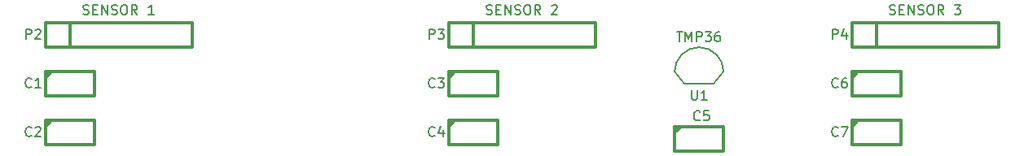
<source format=gto>
G04 (created by PCBNEW (2013-jul-07)-stable) date Thu 18 Jun 2015 05:15:43 PM PDT*
%MOIN*%
G04 Gerber Fmt 3.4, Leading zero omitted, Abs format*
%FSLAX34Y34*%
G01*
G70*
G90*
G04 APERTURE LIST*
%ADD10C,0.00590551*%
%ADD11C,0.008*%
%ADD12C,0.012*%
G04 APERTURE END LIST*
G54D10*
G54D11*
X61552Y-29142D02*
X61609Y-29161D01*
X61704Y-29161D01*
X61742Y-29142D01*
X61761Y-29123D01*
X61780Y-29085D01*
X61780Y-29047D01*
X61761Y-29009D01*
X61742Y-28990D01*
X61704Y-28971D01*
X61628Y-28952D01*
X61590Y-28933D01*
X61571Y-28914D01*
X61552Y-28876D01*
X61552Y-28838D01*
X61571Y-28800D01*
X61590Y-28780D01*
X61628Y-28761D01*
X61723Y-28761D01*
X61780Y-28780D01*
X61952Y-28952D02*
X62085Y-28952D01*
X62142Y-29161D02*
X61952Y-29161D01*
X61952Y-28761D01*
X62142Y-28761D01*
X62314Y-29161D02*
X62314Y-28761D01*
X62542Y-29161D01*
X62542Y-28761D01*
X62714Y-29142D02*
X62771Y-29161D01*
X62866Y-29161D01*
X62904Y-29142D01*
X62923Y-29123D01*
X62942Y-29085D01*
X62942Y-29047D01*
X62923Y-29009D01*
X62904Y-28990D01*
X62866Y-28971D01*
X62790Y-28952D01*
X62752Y-28933D01*
X62733Y-28914D01*
X62714Y-28876D01*
X62714Y-28838D01*
X62733Y-28800D01*
X62752Y-28780D01*
X62790Y-28761D01*
X62885Y-28761D01*
X62942Y-28780D01*
X63190Y-28761D02*
X63266Y-28761D01*
X63304Y-28780D01*
X63342Y-28819D01*
X63361Y-28895D01*
X63361Y-29028D01*
X63342Y-29104D01*
X63304Y-29142D01*
X63266Y-29161D01*
X63190Y-29161D01*
X63152Y-29142D01*
X63114Y-29104D01*
X63095Y-29028D01*
X63095Y-28895D01*
X63114Y-28819D01*
X63152Y-28780D01*
X63190Y-28761D01*
X63761Y-29161D02*
X63628Y-28971D01*
X63533Y-29161D02*
X63533Y-28761D01*
X63685Y-28761D01*
X63723Y-28780D01*
X63742Y-28800D01*
X63761Y-28838D01*
X63761Y-28895D01*
X63742Y-28933D01*
X63723Y-28952D01*
X63685Y-28971D01*
X63533Y-28971D01*
X64200Y-28761D02*
X64447Y-28761D01*
X64314Y-28914D01*
X64371Y-28914D01*
X64409Y-28933D01*
X64428Y-28952D01*
X64447Y-28990D01*
X64447Y-29085D01*
X64428Y-29123D01*
X64409Y-29142D01*
X64371Y-29161D01*
X64257Y-29161D01*
X64219Y-29142D01*
X64200Y-29123D01*
X45052Y-29142D02*
X45109Y-29161D01*
X45204Y-29161D01*
X45242Y-29142D01*
X45261Y-29123D01*
X45280Y-29085D01*
X45280Y-29047D01*
X45261Y-29009D01*
X45242Y-28990D01*
X45204Y-28971D01*
X45128Y-28952D01*
X45090Y-28933D01*
X45071Y-28914D01*
X45052Y-28876D01*
X45052Y-28838D01*
X45071Y-28800D01*
X45090Y-28780D01*
X45128Y-28761D01*
X45223Y-28761D01*
X45280Y-28780D01*
X45452Y-28952D02*
X45585Y-28952D01*
X45642Y-29161D02*
X45452Y-29161D01*
X45452Y-28761D01*
X45642Y-28761D01*
X45814Y-29161D02*
X45814Y-28761D01*
X46042Y-29161D01*
X46042Y-28761D01*
X46214Y-29142D02*
X46271Y-29161D01*
X46366Y-29161D01*
X46404Y-29142D01*
X46423Y-29123D01*
X46442Y-29085D01*
X46442Y-29047D01*
X46423Y-29009D01*
X46404Y-28990D01*
X46366Y-28971D01*
X46290Y-28952D01*
X46252Y-28933D01*
X46233Y-28914D01*
X46214Y-28876D01*
X46214Y-28838D01*
X46233Y-28800D01*
X46252Y-28780D01*
X46290Y-28761D01*
X46385Y-28761D01*
X46442Y-28780D01*
X46690Y-28761D02*
X46766Y-28761D01*
X46804Y-28780D01*
X46842Y-28819D01*
X46861Y-28895D01*
X46861Y-29028D01*
X46842Y-29104D01*
X46804Y-29142D01*
X46766Y-29161D01*
X46690Y-29161D01*
X46652Y-29142D01*
X46614Y-29104D01*
X46595Y-29028D01*
X46595Y-28895D01*
X46614Y-28819D01*
X46652Y-28780D01*
X46690Y-28761D01*
X47261Y-29161D02*
X47128Y-28971D01*
X47033Y-29161D02*
X47033Y-28761D01*
X47185Y-28761D01*
X47223Y-28780D01*
X47242Y-28800D01*
X47261Y-28838D01*
X47261Y-28895D01*
X47242Y-28933D01*
X47223Y-28952D01*
X47185Y-28971D01*
X47033Y-28971D01*
X47719Y-28800D02*
X47738Y-28780D01*
X47776Y-28761D01*
X47871Y-28761D01*
X47909Y-28780D01*
X47928Y-28800D01*
X47947Y-28838D01*
X47947Y-28876D01*
X47928Y-28933D01*
X47700Y-29161D01*
X47947Y-29161D01*
X28552Y-29142D02*
X28609Y-29161D01*
X28704Y-29161D01*
X28742Y-29142D01*
X28761Y-29123D01*
X28780Y-29085D01*
X28780Y-29047D01*
X28761Y-29009D01*
X28742Y-28990D01*
X28704Y-28971D01*
X28628Y-28952D01*
X28590Y-28933D01*
X28571Y-28914D01*
X28552Y-28876D01*
X28552Y-28838D01*
X28571Y-28800D01*
X28590Y-28780D01*
X28628Y-28761D01*
X28723Y-28761D01*
X28780Y-28780D01*
X28952Y-28952D02*
X29085Y-28952D01*
X29142Y-29161D02*
X28952Y-29161D01*
X28952Y-28761D01*
X29142Y-28761D01*
X29314Y-29161D02*
X29314Y-28761D01*
X29542Y-29161D01*
X29542Y-28761D01*
X29714Y-29142D02*
X29771Y-29161D01*
X29866Y-29161D01*
X29904Y-29142D01*
X29923Y-29123D01*
X29942Y-29085D01*
X29942Y-29047D01*
X29923Y-29009D01*
X29904Y-28990D01*
X29866Y-28971D01*
X29790Y-28952D01*
X29752Y-28933D01*
X29733Y-28914D01*
X29714Y-28876D01*
X29714Y-28838D01*
X29733Y-28800D01*
X29752Y-28780D01*
X29790Y-28761D01*
X29885Y-28761D01*
X29942Y-28780D01*
X30190Y-28761D02*
X30266Y-28761D01*
X30304Y-28780D01*
X30342Y-28819D01*
X30361Y-28895D01*
X30361Y-29028D01*
X30342Y-29104D01*
X30304Y-29142D01*
X30266Y-29161D01*
X30190Y-29161D01*
X30152Y-29142D01*
X30114Y-29104D01*
X30095Y-29028D01*
X30095Y-28895D01*
X30114Y-28819D01*
X30152Y-28780D01*
X30190Y-28761D01*
X30761Y-29161D02*
X30628Y-28971D01*
X30533Y-29161D02*
X30533Y-28761D01*
X30685Y-28761D01*
X30723Y-28780D01*
X30742Y-28800D01*
X30761Y-28838D01*
X30761Y-28895D01*
X30742Y-28933D01*
X30723Y-28952D01*
X30685Y-28971D01*
X30533Y-28971D01*
X31447Y-29161D02*
X31219Y-29161D01*
X31333Y-29161D02*
X31333Y-28761D01*
X31295Y-28819D01*
X31257Y-28857D01*
X31219Y-28876D01*
G54D10*
X54750Y-31500D02*
G75*
G03X53750Y-30500I-1000J0D01*
G74*
G01*
X53750Y-30500D02*
G75*
G03X52750Y-31500I0J-1000D01*
G74*
G01*
X53150Y-32000D02*
X52750Y-31500D01*
X54350Y-32000D02*
X54750Y-31500D01*
X53150Y-32000D02*
X54350Y-32000D01*
G54D12*
X27000Y-30500D02*
X27000Y-29500D01*
X27000Y-29500D02*
X33000Y-29500D01*
X33000Y-29500D02*
X33000Y-30500D01*
X33000Y-30500D02*
X27000Y-30500D01*
X28000Y-30500D02*
X28000Y-29500D01*
X43500Y-30500D02*
X43500Y-29500D01*
X43500Y-29500D02*
X49500Y-29500D01*
X49500Y-29500D02*
X49500Y-30500D01*
X49500Y-30500D02*
X43500Y-30500D01*
X44500Y-30500D02*
X44500Y-29500D01*
X60000Y-30500D02*
X60000Y-29500D01*
X60000Y-29500D02*
X66000Y-29500D01*
X66000Y-29500D02*
X66000Y-30500D01*
X66000Y-30500D02*
X60000Y-30500D01*
X61000Y-30500D02*
X61000Y-29500D01*
X27020Y-31500D02*
X29000Y-31500D01*
X29000Y-31500D02*
X29000Y-32500D01*
X29000Y-32500D02*
X27000Y-32500D01*
X27000Y-32500D02*
X27000Y-31500D01*
X27000Y-31750D02*
X27250Y-31500D01*
X27020Y-33500D02*
X29000Y-33500D01*
X29000Y-33500D02*
X29000Y-34500D01*
X29000Y-34500D02*
X27000Y-34500D01*
X27000Y-34500D02*
X27000Y-33500D01*
X27000Y-33750D02*
X27250Y-33500D01*
X43520Y-31500D02*
X45500Y-31500D01*
X45500Y-31500D02*
X45500Y-32500D01*
X45500Y-32500D02*
X43500Y-32500D01*
X43500Y-32500D02*
X43500Y-31500D01*
X43500Y-31750D02*
X43750Y-31500D01*
X43520Y-33500D02*
X45500Y-33500D01*
X45500Y-33500D02*
X45500Y-34500D01*
X45500Y-34500D02*
X43500Y-34500D01*
X43500Y-34500D02*
X43500Y-33500D01*
X43500Y-33750D02*
X43750Y-33500D01*
X52770Y-33750D02*
X54750Y-33750D01*
X54750Y-33750D02*
X54750Y-34750D01*
X54750Y-34750D02*
X52750Y-34750D01*
X52750Y-34750D02*
X52750Y-33750D01*
X52750Y-34000D02*
X53000Y-33750D01*
X60020Y-31500D02*
X62000Y-31500D01*
X62000Y-31500D02*
X62000Y-32500D01*
X62000Y-32500D02*
X60000Y-32500D01*
X60000Y-32500D02*
X60000Y-31500D01*
X60000Y-31750D02*
X60250Y-31500D01*
X60020Y-33500D02*
X62000Y-33500D01*
X62000Y-33500D02*
X62000Y-34500D01*
X62000Y-34500D02*
X60000Y-34500D01*
X60000Y-34500D02*
X60000Y-33500D01*
X60000Y-33750D02*
X60250Y-33500D01*
G54D10*
X53450Y-32265D02*
X53450Y-32584D01*
X53468Y-32621D01*
X53487Y-32640D01*
X53525Y-32659D01*
X53600Y-32659D01*
X53637Y-32640D01*
X53656Y-32621D01*
X53675Y-32584D01*
X53675Y-32265D01*
X54068Y-32659D02*
X53843Y-32659D01*
X53956Y-32659D02*
X53956Y-32265D01*
X53918Y-32321D01*
X53881Y-32359D01*
X53843Y-32378D01*
X52840Y-29865D02*
X53065Y-29865D01*
X52953Y-30259D02*
X52953Y-29865D01*
X53196Y-30259D02*
X53196Y-29865D01*
X53328Y-30146D01*
X53459Y-29865D01*
X53459Y-30259D01*
X53646Y-30259D02*
X53646Y-29865D01*
X53796Y-29865D01*
X53834Y-29884D01*
X53853Y-29903D01*
X53871Y-29940D01*
X53871Y-29996D01*
X53853Y-30034D01*
X53834Y-30053D01*
X53796Y-30071D01*
X53646Y-30071D01*
X54003Y-29865D02*
X54246Y-29865D01*
X54115Y-30015D01*
X54171Y-30015D01*
X54209Y-30034D01*
X54228Y-30053D01*
X54246Y-30090D01*
X54246Y-30184D01*
X54228Y-30221D01*
X54209Y-30240D01*
X54171Y-30259D01*
X54059Y-30259D01*
X54021Y-30240D01*
X54003Y-30221D01*
X54584Y-29865D02*
X54509Y-29865D01*
X54471Y-29884D01*
X54453Y-29903D01*
X54415Y-29959D01*
X54396Y-30034D01*
X54396Y-30184D01*
X54415Y-30221D01*
X54434Y-30240D01*
X54471Y-30259D01*
X54546Y-30259D01*
X54584Y-30240D01*
X54603Y-30221D01*
X54621Y-30184D01*
X54621Y-30090D01*
X54603Y-30053D01*
X54584Y-30034D01*
X54546Y-30015D01*
X54471Y-30015D01*
X54434Y-30034D01*
X54415Y-30053D01*
X54396Y-30090D01*
G54D11*
X26204Y-30161D02*
X26204Y-29761D01*
X26357Y-29761D01*
X26395Y-29780D01*
X26414Y-29800D01*
X26433Y-29838D01*
X26433Y-29895D01*
X26414Y-29933D01*
X26395Y-29952D01*
X26357Y-29971D01*
X26204Y-29971D01*
X26585Y-29800D02*
X26604Y-29780D01*
X26642Y-29761D01*
X26738Y-29761D01*
X26776Y-29780D01*
X26795Y-29800D01*
X26814Y-29838D01*
X26814Y-29876D01*
X26795Y-29933D01*
X26566Y-30161D01*
X26814Y-30161D01*
X42704Y-30161D02*
X42704Y-29761D01*
X42857Y-29761D01*
X42895Y-29780D01*
X42914Y-29800D01*
X42933Y-29838D01*
X42933Y-29895D01*
X42914Y-29933D01*
X42895Y-29952D01*
X42857Y-29971D01*
X42704Y-29971D01*
X43066Y-29761D02*
X43314Y-29761D01*
X43180Y-29914D01*
X43238Y-29914D01*
X43276Y-29933D01*
X43295Y-29952D01*
X43314Y-29990D01*
X43314Y-30085D01*
X43295Y-30123D01*
X43276Y-30142D01*
X43238Y-30161D01*
X43123Y-30161D01*
X43085Y-30142D01*
X43066Y-30123D01*
X59204Y-30161D02*
X59204Y-29761D01*
X59357Y-29761D01*
X59395Y-29780D01*
X59414Y-29800D01*
X59433Y-29838D01*
X59433Y-29895D01*
X59414Y-29933D01*
X59395Y-29952D01*
X59357Y-29971D01*
X59204Y-29971D01*
X59776Y-29895D02*
X59776Y-30161D01*
X59680Y-29742D02*
X59585Y-30028D01*
X59833Y-30028D01*
X26433Y-32123D02*
X26414Y-32142D01*
X26357Y-32161D01*
X26319Y-32161D01*
X26261Y-32142D01*
X26223Y-32104D01*
X26204Y-32066D01*
X26185Y-31990D01*
X26185Y-31933D01*
X26204Y-31857D01*
X26223Y-31819D01*
X26261Y-31780D01*
X26319Y-31761D01*
X26357Y-31761D01*
X26414Y-31780D01*
X26433Y-31800D01*
X26814Y-32161D02*
X26585Y-32161D01*
X26700Y-32161D02*
X26700Y-31761D01*
X26661Y-31819D01*
X26623Y-31857D01*
X26585Y-31876D01*
X26433Y-34123D02*
X26414Y-34142D01*
X26357Y-34161D01*
X26319Y-34161D01*
X26261Y-34142D01*
X26223Y-34104D01*
X26204Y-34066D01*
X26185Y-33990D01*
X26185Y-33933D01*
X26204Y-33857D01*
X26223Y-33819D01*
X26261Y-33780D01*
X26319Y-33761D01*
X26357Y-33761D01*
X26414Y-33780D01*
X26433Y-33800D01*
X26585Y-33800D02*
X26604Y-33780D01*
X26642Y-33761D01*
X26738Y-33761D01*
X26776Y-33780D01*
X26795Y-33800D01*
X26814Y-33838D01*
X26814Y-33876D01*
X26795Y-33933D01*
X26566Y-34161D01*
X26814Y-34161D01*
X42933Y-32123D02*
X42914Y-32142D01*
X42857Y-32161D01*
X42819Y-32161D01*
X42761Y-32142D01*
X42723Y-32104D01*
X42704Y-32066D01*
X42685Y-31990D01*
X42685Y-31933D01*
X42704Y-31857D01*
X42723Y-31819D01*
X42761Y-31780D01*
X42819Y-31761D01*
X42857Y-31761D01*
X42914Y-31780D01*
X42933Y-31800D01*
X43066Y-31761D02*
X43314Y-31761D01*
X43180Y-31914D01*
X43238Y-31914D01*
X43276Y-31933D01*
X43295Y-31952D01*
X43314Y-31990D01*
X43314Y-32085D01*
X43295Y-32123D01*
X43276Y-32142D01*
X43238Y-32161D01*
X43123Y-32161D01*
X43085Y-32142D01*
X43066Y-32123D01*
X42933Y-34123D02*
X42914Y-34142D01*
X42857Y-34161D01*
X42819Y-34161D01*
X42761Y-34142D01*
X42723Y-34104D01*
X42704Y-34066D01*
X42685Y-33990D01*
X42685Y-33933D01*
X42704Y-33857D01*
X42723Y-33819D01*
X42761Y-33780D01*
X42819Y-33761D01*
X42857Y-33761D01*
X42914Y-33780D01*
X42933Y-33800D01*
X43276Y-33895D02*
X43276Y-34161D01*
X43180Y-33742D02*
X43085Y-34028D01*
X43333Y-34028D01*
X53783Y-33473D02*
X53764Y-33492D01*
X53707Y-33511D01*
X53669Y-33511D01*
X53611Y-33492D01*
X53573Y-33454D01*
X53554Y-33416D01*
X53535Y-33340D01*
X53535Y-33283D01*
X53554Y-33207D01*
X53573Y-33169D01*
X53611Y-33130D01*
X53669Y-33111D01*
X53707Y-33111D01*
X53764Y-33130D01*
X53783Y-33150D01*
X54145Y-33111D02*
X53954Y-33111D01*
X53935Y-33302D01*
X53954Y-33283D01*
X53992Y-33264D01*
X54088Y-33264D01*
X54126Y-33283D01*
X54145Y-33302D01*
X54164Y-33340D01*
X54164Y-33435D01*
X54145Y-33473D01*
X54126Y-33492D01*
X54088Y-33511D01*
X53992Y-33511D01*
X53954Y-33492D01*
X53935Y-33473D01*
X59433Y-32123D02*
X59414Y-32142D01*
X59357Y-32161D01*
X59319Y-32161D01*
X59261Y-32142D01*
X59223Y-32104D01*
X59204Y-32066D01*
X59185Y-31990D01*
X59185Y-31933D01*
X59204Y-31857D01*
X59223Y-31819D01*
X59261Y-31780D01*
X59319Y-31761D01*
X59357Y-31761D01*
X59414Y-31780D01*
X59433Y-31800D01*
X59776Y-31761D02*
X59700Y-31761D01*
X59661Y-31780D01*
X59642Y-31800D01*
X59604Y-31857D01*
X59585Y-31933D01*
X59585Y-32085D01*
X59604Y-32123D01*
X59623Y-32142D01*
X59661Y-32161D01*
X59738Y-32161D01*
X59776Y-32142D01*
X59795Y-32123D01*
X59814Y-32085D01*
X59814Y-31990D01*
X59795Y-31952D01*
X59776Y-31933D01*
X59738Y-31914D01*
X59661Y-31914D01*
X59623Y-31933D01*
X59604Y-31952D01*
X59585Y-31990D01*
X59433Y-34123D02*
X59414Y-34142D01*
X59357Y-34161D01*
X59319Y-34161D01*
X59261Y-34142D01*
X59223Y-34104D01*
X59204Y-34066D01*
X59185Y-33990D01*
X59185Y-33933D01*
X59204Y-33857D01*
X59223Y-33819D01*
X59261Y-33780D01*
X59319Y-33761D01*
X59357Y-33761D01*
X59414Y-33780D01*
X59433Y-33800D01*
X59566Y-33761D02*
X59833Y-33761D01*
X59661Y-34161D01*
M02*

</source>
